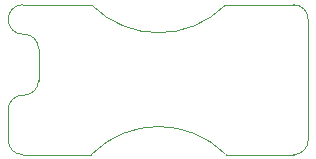
<source format=gbr>
%FSLAX34Y34*%
%MOMM*%
%LNOUTLINE*%
G71*
G01*
%ADD10C, 0.10*%
%LPD*%
G54D10*
G75*
G01X12702Y999334D02*
G03X400Y987031I0J-12303D01*
G01*
G54D10*
G75*
G01X254397Y987028D02*
G03X242094Y999331I-12303J0D01*
G01*
G54D10*
G75*
G01X242094Y872331D02*
G03X254397Y884634I0J12303D01*
G01*
G54D10*
G75*
G01X397Y884634D02*
G03X12700Y872331I12303J0D01*
G01*
G54D10*
G75*
G01X71106Y998999D02*
G03X184482Y998999I56688J56689D01*
G01*
G54D10*
G75*
G01X184482Y872663D02*
G03X71106Y872663I-56688J-56688D01*
G01*
G54D10*
X12702Y999334D02*
X70772Y999334D01*
X71106Y999000D01*
G54D10*
X242094Y999331D02*
X184814Y999331D01*
X184482Y999000D01*
G54D10*
X254397Y987028D02*
X254397Y884634D01*
G54D10*
X242094Y872331D02*
X184814Y872331D01*
X184482Y872663D01*
G54D10*
X12700Y872331D02*
X70774Y872331D01*
X71106Y872663D01*
G54D10*
G75*
G01X400Y986634D02*
G03X12702Y974331I12302J0D01*
G01*
G54D10*
G75*
G01X26194Y962025D02*
G03X13891Y974328I-12303J0D01*
G01*
G54D10*
G75*
G01X13891Y922734D02*
G03X26194Y935038I0J12304D01*
G01*
G54D10*
X12702Y974331D02*
X13888Y974331D01*
X13891Y974328D01*
G54D10*
X26194Y962025D02*
X26194Y935038D01*
G54D10*
G75*
G01X12700Y922734D02*
G03X397Y910431I0J-12303D01*
G01*
G54D10*
X13891Y922734D02*
X12700Y922734D01*
G54D10*
X397Y884634D02*
X397Y910431D01*
G54D10*
G75*
G01X12702Y999334D02*
G03X400Y987031I0J-12303D01*
G01*
G54D10*
G75*
G01X254397Y987028D02*
G03X242094Y999331I-12303J0D01*
G01*
G54D10*
G75*
G01X242094Y872331D02*
G03X254397Y884634I0J12303D01*
G01*
G54D10*
G75*
G01X397Y884634D02*
G03X12700Y872331I12303J0D01*
G01*
G54D10*
G75*
G01X71106Y998999D02*
G03X184482Y998999I56688J56689D01*
G01*
G54D10*
G75*
G01X184482Y872663D02*
G03X71106Y872663I-56688J-56688D01*
G01*
G54D10*
X12702Y999334D02*
X70772Y999334D01*
X71106Y999000D01*
G54D10*
X242094Y999331D02*
X184814Y999331D01*
X184482Y999000D01*
G54D10*
X254397Y987028D02*
X254397Y884634D01*
G54D10*
X242094Y872331D02*
X184814Y872331D01*
X184482Y872663D01*
G54D10*
X12700Y872331D02*
X70774Y872331D01*
X71106Y872663D01*
G54D10*
G75*
G01X400Y986634D02*
G03X12702Y974331I12302J0D01*
G01*
G54D10*
G75*
G01X26194Y962025D02*
G03X13891Y974328I-12303J0D01*
G01*
G54D10*
G75*
G01X13891Y922734D02*
G03X26194Y935038I0J12304D01*
G01*
G54D10*
X12702Y974331D02*
X13888Y974331D01*
X13891Y974328D01*
G54D10*
X26194Y962025D02*
X26194Y935038D01*
G54D10*
G75*
G01X12700Y922734D02*
G03X397Y910431I0J-12303D01*
G01*
G54D10*
X13891Y922734D02*
X12700Y922734D01*
G54D10*
X397Y884634D02*
X397Y910431D01*
G54D10*
G75*
G01X12702Y999334D02*
G03X400Y987031I0J-12303D01*
G01*
G54D10*
G75*
G01X254397Y987028D02*
G03X242094Y999331I-12303J0D01*
G01*
G54D10*
G75*
G01X242094Y872331D02*
G03X254397Y884634I0J12303D01*
G01*
G54D10*
G75*
G01X397Y884634D02*
G03X12700Y872331I12303J0D01*
G01*
G54D10*
G75*
G01X71106Y998999D02*
G03X184482Y998999I56688J56689D01*
G01*
G54D10*
G75*
G01X184482Y872663D02*
G03X71106Y872663I-56688J-56688D01*
G01*
G54D10*
X12702Y999334D02*
X70772Y999334D01*
X71106Y998999D01*
G54D10*
X242094Y999331D02*
X184814Y999331D01*
X184482Y998999D01*
G54D10*
X254397Y987028D02*
X254397Y884634D01*
G54D10*
X242094Y872331D02*
X184814Y872331D01*
X184482Y872663D01*
G54D10*
X12700Y872331D02*
X70774Y872331D01*
X71106Y872663D01*
G54D10*
G75*
G01X400Y986634D02*
G03X12702Y974331I12302J0D01*
G01*
G54D10*
G75*
G01X26194Y962025D02*
G03X13891Y974328I-12303J0D01*
G01*
G54D10*
G75*
G01X13891Y922734D02*
G03X26194Y935038I0J12304D01*
G01*
G54D10*
X12702Y974331D02*
X13888Y974331D01*
X13891Y974328D01*
G54D10*
X26194Y962025D02*
X26194Y935038D01*
G54D10*
G75*
G01X12700Y922734D02*
G03X397Y910431I0J-12303D01*
G01*
G54D10*
X13891Y922734D02*
X12700Y922734D01*
G54D10*
X397Y884634D02*
X397Y910431D01*
M02*

</source>
